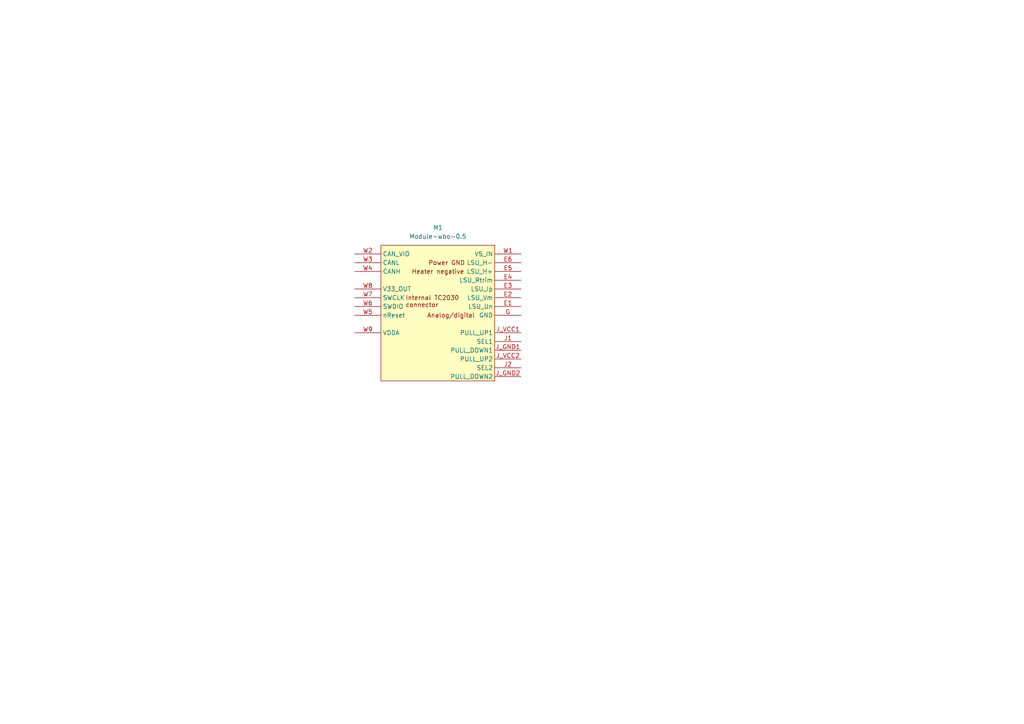
<source format=kicad_sch>
(kicad_sch (version 20231120) (generator "eeschema") (generator_version "8.0")
  (paper "A4")
  (lib_symbols
    (symbol "wbo:Module-wbo-0.5"
      (property "Reference" "M" (at 1.27 1.27 0))
      (property "Value" "Module-wbo-0.5" (at 8.89 -40.64 0))
      (symbol "Module-wbo-0.5_0_0"
        (text "Analog/digital" (at 20.32 -20.32 0) (effects (font (size 1.27 1.27))))
        (text "Heater negative" (at 16.51 -7.62 0) (effects (font (size 1.27 1.27))))
        (text "Power GND" (at 19.05 -5.08 0) (effects (font (size 1.27 1.27))))
      )
      (symbol "Module-wbo-0.5_1_0"
        (rectangle (start 0 0) (end 33.02 -39.37) (fill (type background)))
        (text "Internal TC2030\nconnector" (at 7.1222 -16.2666 0) (effects (font (size 1.27 1.27)) (justify left)))
        (pin passive line (at 40.64 -17.78 180) (length 7.62) (name "LSU_Un") (number "E1"))
        (pin passive line (at 40.64 -15.24 180) (length 7.62) (name "LSU_Vm") (number "E2"))
        (pin passive line (at 40.64 -12.7 180) (length 7.62) (name "LSU_Ip") (number "E3"))
        (pin passive line (at 40.64 -10.16 180) (length 7.62) (name "LSU_Rtrim") (number "E4"))
        (pin passive line (at 40.64 -7.62 180) (length 7.62) (name "LSU_H+") (number "E5"))
        (pin passive line (at 40.64 -5.08 180) (length 7.62) (name "LSU_H-") (number "E6"))
        (pin passive line (at 40.64 -20.32 180) (length 7.62) (name "GND") (number "G"))
        (pin passive line (at 40.64 -27.94 180) (length 7.62) (name "SEL1") (number "J1"))
        (pin passive line (at 40.64 -35.56 180) (length 7.62) (name "SEL2") (number "J2"))
        (pin passive line (at 40.64 -30.48 180) (length 7.62) (name "PULL_DOWN1") (number "J_GND1"))
        (pin passive line (at 40.64 -38.1 180) (length 7.62) (name "PULL_DOWN2") (number "J_GND2"))
        (pin passive line (at 40.64 -25.4 180) (length 7.62) (name "PULL_UP1") (number "J_VCC1"))
        (pin passive line (at 40.64 -33.02 180) (length 7.62) (name "PULL_UP2") (number "J_VCC2"))
        (pin passive line (at 40.64 -2.54 180) (length 7.62) (name "V5_IN") (number "W1"))
        (pin passive line (at -7.62 -2.54 0) (length 7.62) (name "CAN_VIO") (number "W2"))
        (pin passive line (at -7.62 -5.08 0) (length 7.62) (name "CANL") (number "W3"))
        (pin passive line (at -7.62 -7.62 0) (length 7.62) (name "CANH") (number "W4"))
        (pin passive line (at -7.62 -20.32 0) (length 7.62) (name "nReset") (number "W5"))
        (pin passive line (at -7.62 -17.78 0) (length 7.62) (name "SWDIO") (number "W6"))
        (pin passive line (at -7.62 -15.24 0) (length 7.62) (name "SWCLK") (number "W7"))
        (pin passive line (at -7.62 -12.7 0) (length 7.62) (name "V33_OUT") (number "W8"))
        (pin passive line (at -7.62 -25.4 0) (length 7.62) (name "VDDA") (number "W9"))
      )
    )
  )
  (symbol (lib_id "wbo:Module-wbo-0.5") (at 110.49 71.12 0) (unit 1)
    (property "Reference" "M1" (at 127 66.04 0))
    (property "Value" "Module-wbo-0.5" (at 127 68.58 0))
    (property "Footprint" "hellen-one-wbo-0.5:wbo" (effects (hide yes)))
  )
)
</source>
